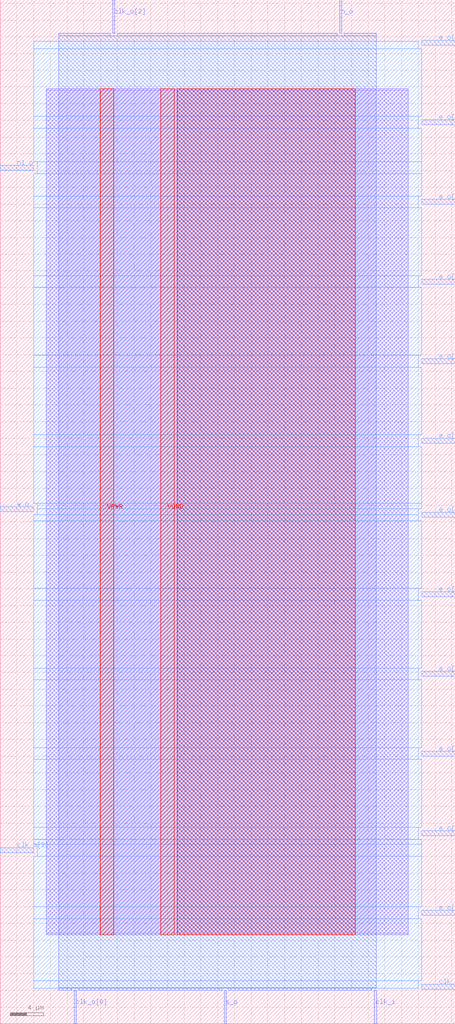
<source format=lef>
VERSION 5.7 ;
  NOWIREEXTENSIONATPIN ON ;
  DIVIDERCHAR "/" ;
  BUSBITCHARS "[]" ;
MACRO zero
  CLASS BLOCK ;
  FOREIGN zero ;
  ORIGIN 0.000 0.000 ;
  SIZE 54.400 BY 122.400 ;
  PIN clk_i
    DIRECTION INPUT ;
    PORT
      LAYER met2 ;
        RECT 44.710 0.000 44.990 4.000 ;
    END
  END clk_i
  PIN clk_o[0]
    DIRECTION OUTPUT TRISTATE ;
    PORT
      LAYER met2 ;
        RECT 8.830 0.000 9.110 4.000 ;
    END
  END clk_o[0]
  PIN clk_o[1]
    DIRECTION OUTPUT TRISTATE ;
    PORT
      LAYER met3 ;
        RECT 50.400 4.120 54.400 4.720 ;
    END
  END clk_o[1]
  PIN clk_o[2]
    DIRECTION OUTPUT TRISTATE ;
    PORT
      LAYER met2 ;
        RECT 13.430 118.400 13.710 122.400 ;
    END
  END clk_o[2]
  PIN clk_o[3]
    DIRECTION OUTPUT TRISTATE ;
    PORT
      LAYER met3 ;
        RECT 0.000 20.440 4.000 21.040 ;
    END
  END clk_o[3]
  PIN e_o[0]
    DIRECTION OUTPUT TRISTATE ;
    PORT
      LAYER met3 ;
        RECT 50.400 12.960 54.400 13.560 ;
    END
  END e_o[0]
  PIN e_o[10]
    DIRECTION OUTPUT TRISTATE ;
    PORT
      LAYER met3 ;
        RECT 50.400 107.480 54.400 108.080 ;
    END
  END e_o[10]
  PIN e_o[11]
    DIRECTION OUTPUT TRISTATE ;
    PORT
      LAYER met3 ;
        RECT 50.400 117.000 54.400 117.600 ;
    END
  END e_o[11]
  PIN e_o[1]
    DIRECTION OUTPUT TRISTATE ;
    PORT
      LAYER met3 ;
        RECT 50.400 22.480 54.400 23.080 ;
    END
  END e_o[1]
  PIN e_o[2]
    DIRECTION OUTPUT TRISTATE ;
    PORT
      LAYER met3 ;
        RECT 50.400 32.000 54.400 32.600 ;
    END
  END e_o[2]
  PIN e_o[3]
    DIRECTION OUTPUT TRISTATE ;
    PORT
      LAYER met3 ;
        RECT 50.400 41.520 54.400 42.120 ;
    END
  END e_o[3]
  PIN e_o[4]
    DIRECTION OUTPUT TRISTATE ;
    PORT
      LAYER met3 ;
        RECT 50.400 51.040 54.400 51.640 ;
    END
  END e_o[4]
  PIN e_o[5]
    DIRECTION OUTPUT TRISTATE ;
    PORT
      LAYER met3 ;
        RECT 50.400 60.560 54.400 61.160 ;
    END
  END e_o[5]
  PIN e_o[6]
    DIRECTION OUTPUT TRISTATE ;
    PORT
      LAYER met3 ;
        RECT 50.400 69.400 54.400 70.000 ;
    END
  END e_o[6]
  PIN e_o[7]
    DIRECTION OUTPUT TRISTATE ;
    PORT
      LAYER met3 ;
        RECT 50.400 78.920 54.400 79.520 ;
    END
  END e_o[7]
  PIN e_o[8]
    DIRECTION OUTPUT TRISTATE ;
    PORT
      LAYER met3 ;
        RECT 50.400 88.440 54.400 89.040 ;
    END
  END e_o[8]
  PIN e_o[9]
    DIRECTION OUTPUT TRISTATE ;
    PORT
      LAYER met3 ;
        RECT 50.400 97.960 54.400 98.560 ;
    END
  END e_o[9]
  PIN n1_o
    DIRECTION OUTPUT TRISTATE ;
    PORT
      LAYER met3 ;
        RECT 0.000 102.040 4.000 102.640 ;
    END
  END n1_o
  PIN n_o
    DIRECTION OUTPUT TRISTATE ;
    PORT
      LAYER met2 ;
        RECT 40.570 118.400 40.850 122.400 ;
    END
  END n_o
  PIN s_o
    DIRECTION OUTPUT TRISTATE ;
    PORT
      LAYER met2 ;
        RECT 26.770 0.000 27.050 4.000 ;
    END
  END s_o
  PIN w_o
    DIRECTION OUTPUT TRISTATE ;
    PORT
      LAYER met3 ;
        RECT 0.000 61.240 4.000 61.840 ;
    END
  END w_o
  PIN VPWR
    DIRECTION INPUT ;
    USE POWER ;
    PORT
      LAYER met4 ;
        RECT 11.945 10.640 13.545 111.760 ;
    END
  END VPWR
  PIN VGND
    DIRECTION INPUT ;
    USE GROUND ;
    PORT
      LAYER met4 ;
        RECT 19.175 10.640 20.775 111.760 ;
    END
  END VGND
  OBS
      LAYER li1 ;
        RECT 5.520 10.795 48.760 111.605 ;
      LAYER met1 ;
        RECT 5.520 10.640 48.760 111.760 ;
      LAYER met2 ;
        RECT 7.000 118.120 13.150 118.400 ;
        RECT 13.990 118.120 40.290 118.400 ;
        RECT 41.130 118.120 44.980 118.400 ;
        RECT 7.000 4.280 44.980 118.120 ;
        RECT 7.000 4.000 8.550 4.280 ;
        RECT 9.390 4.000 26.490 4.280 ;
        RECT 27.330 4.000 44.430 4.280 ;
      LAYER met3 ;
        RECT 4.000 116.600 50.000 117.465 ;
        RECT 4.000 108.480 50.400 116.600 ;
        RECT 4.000 107.080 50.000 108.480 ;
        RECT 4.000 103.040 50.400 107.080 ;
        RECT 4.400 101.640 50.400 103.040 ;
        RECT 4.000 98.960 50.400 101.640 ;
        RECT 4.000 97.560 50.000 98.960 ;
        RECT 4.000 89.440 50.400 97.560 ;
        RECT 4.000 88.040 50.000 89.440 ;
        RECT 4.000 79.920 50.400 88.040 ;
        RECT 4.000 78.520 50.000 79.920 ;
        RECT 4.000 70.400 50.400 78.520 ;
        RECT 4.000 69.000 50.000 70.400 ;
        RECT 4.000 62.240 50.400 69.000 ;
        RECT 4.400 61.560 50.400 62.240 ;
        RECT 4.400 60.840 50.000 61.560 ;
        RECT 4.000 60.160 50.000 60.840 ;
        RECT 4.000 52.040 50.400 60.160 ;
        RECT 4.000 50.640 50.000 52.040 ;
        RECT 4.000 42.520 50.400 50.640 ;
        RECT 4.000 41.120 50.000 42.520 ;
        RECT 4.000 33.000 50.400 41.120 ;
        RECT 4.000 31.600 50.000 33.000 ;
        RECT 4.000 23.480 50.400 31.600 ;
        RECT 4.000 22.080 50.000 23.480 ;
        RECT 4.000 21.440 50.400 22.080 ;
        RECT 4.400 20.040 50.400 21.440 ;
        RECT 4.000 13.960 50.400 20.040 ;
        RECT 4.000 12.560 50.000 13.960 ;
        RECT 4.000 5.120 50.400 12.560 ;
        RECT 4.000 4.255 50.000 5.120 ;
      LAYER met4 ;
        RECT 21.175 10.640 42.450 111.760 ;
  END
END zero
END LIBRARY


</source>
